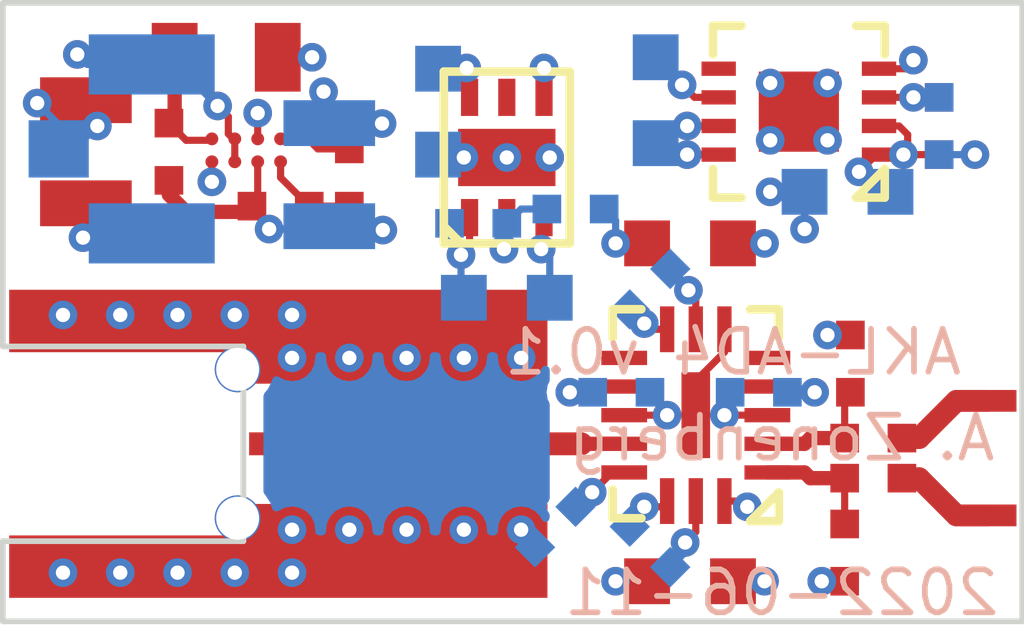
<source format=kicad_pcb>
(kicad_pcb (version 20211014) (generator pcbnew)
  (layers (0 "F.Cu" signal) (1 "In1.Cu" signal) (2 "In2.Cu" signal) (31 "B.Cu" signal) (34 "B.Paste" user) (35 "F.Paste" user) (36 "B.SilkS" user "B.Silkscreen") (37 "F.SilkS" user "F.Silkscreen") (38 "B.Mask" user) (39 "F.Mask" user) (44 "Edge.Cuts" user))
  (net 0 "")
  (net 1 "/3V5_N")
  (net 2 "/GND")
  (net 3 "/3V5")
  (net 4 "/2V5_N")
  (net 5 "/2V5_P")
  (net 6 "Net-(D1-Pad1)")
  (net 7 "Net-(J2-Pad1)")
  (net 8 "Net-(J3-Pad1)")
  (net 9 "/VOUT")
  (net 10 "/2V5_N_FB")
  (net 11 "Net-(R3-Pad1)")
  (net 12 "Net-(R3-Pad2)")
  (net 13 "/2V5_P_FB")
  (net 14 "/VIN_P")
  (net 15 "/VIN_N")
  (net 16 "Net-(R11-Pad1)")
  (footprint "azonenberg_pcb:EIA_0402_RES_NOSILK" (layer "F.Cu") (at 86.5 57.6 90)
    (fp_text reference "R9" hide)
    (fp_text value "110" hide)
    (pad "1" smd rect (at -0.5 0 90) (size 0.5 0.5) (layers "F.Cu" "F.Paste" "F.Mask") (net 14 "/VIN_P"))
    (pad "2" smd rect (at 0.5 0 90) (size 0.5 0.5) (layers "F.Cu" "F.Paste" "F.Mask") (net 2 "/GND"))
  )
  (footprint "azonenberg_pcb:EIA_0805_CAP_NOSILK" (layer "F.Cu") (at 73.15 53.9 -90)
    (fp_text reference "C2" hide)
    (fp_text value "10 uF" hide)
    (pad "1" smd rect (at -0.9 0 270) (size 0.8 1.6) (layers "F.Cu" "F.Paste" "F.Mask") (net 3 "/3V5"))
    (pad "2" smd rect (at 0.9 0 270) (size 0.8 1.6) (layers "F.Cu" "F.Paste" "F.Mask") (net 2 "/GND"))
  )
  (footprint "azonenberg_pcb:BGA_8_1.65x0.865_0.4MM_TI_YFX" (layer "F.Cu") (at 75.95 53.875 -90)
    (fp_text reference "U3" hide)
    (fp_text value "LMR70503" hide)
    (pad "A1" smd circle (at -0.2 -0.6 270) (size 0.225 0.225) (layers "F.Cu" "F.Mask") (net 11 "Net-(R3-Pad1)"))
    (pad "A2" smd circle (at 0.2 -0.6 270) (size 0.225 0.225) (layers "F.Cu" "F.Mask") (net 12 "Net-(R3-Pad2)"))
    (pad "B1" smd circle (at -0.2 -0.2 270) (size 0.225 0.225) (layers "F.Cu" "F.Mask") (net 3 "/3V5"))
    (pad "B2" smd circle (at 0.2 -0.2 270) (size 0.225 0.225) (layers "F.Cu" "F.Mask") (net 1 "/3V5_N"))
    (pad "C1" smd circle (at -0.2 0.2 270) (size 0.225 0.225) (layers "F.Cu" "F.Mask") (net 2 "/GND"))
    (pad "C2" smd circle (at 0.2 0.2 270) (size 0.225 0.225) (layers "F.Cu" "F.Mask") (net 2 "/GND"))
    (pad "D1" smd circle (at -0.2 0.6 270) (size 0.225 0.225) (layers "F.Cu" "F.Mask") (net 6 "Net-(D1-Pad1)"))
    (pad "D2" smd circle (at 0.2 0.6 270) (size 0.225 0.225) (layers "F.Cu" "F.Mask") (net 3 "/3V5"))
  )
  (footprint "azonenberg_pcb:EIA_0805_INDUCTOR_NOSILK" (layer "F.Cu") (at 75.6 52.25)
    (fp_text reference "L1" hide)
    (fp_text value "LQM21PN4R7MGHL" hide)
    (pad "1" smd rect locked (at -0.9 0) (size 0.8 1.2) (layers "F.Cu" "F.Paste" "F.Mask") (net 6 "Net-(D1-Pad1)"))
    (pad "2" smd rect locked (at 0.9 0) (size 0.8 1.2) (layers "F.Cu" "F.Paste" "F.Mask") (net 2 "/GND"))
  )
  (footprint "azonenberg_pcb:QFN_16_0.5MM_2.5x3MM" (layer "F.Cu") (at 83.8 58.5 180)
    (fp_text reference "U4" hide)
    (fp_text value "ADL5569" hide)
    (fp_line (start 1.45 1.85) (end 0.95 1.85) (layer "F.SilkS") (width 0.15))
    (fp_line (start 0.95 -1.8) (end 1.45 -1.8) (layer "F.SilkS") (width 0.15))
    (fp_line (start 1.45 -1.8) (end 1.45 -1.3) (layer "F.SilkS") (width 0.15))
    (fp_line (start -0.95 -1.85) (end -1.45 -1.35) (layer "F.SilkS") (width 0.15))
    (fp_line (start -1.45 1.85) (end -1.45 1.35) (layer "F.SilkS") (width 0.15))
    (fp_line (start 1.45 1.35) (end 1.45 1.85) (layer "F.SilkS") (width 0.15))
    (fp_line (start -0.95 1.85) (end -1.45 1.85) (layer "F.SilkS") (width 0.15))
    (fp_line (start -1.45 -1.35) (end -1.45 -1.85) (layer "F.SilkS") (width 0.15))
    (fp_line (start -1.45 -1.85) (end -0.95 -1.85) (layer "F.SilkS") (width 0.15))
    (pad "1" smd rect locked (at -1.25 -1 90) (size 0.25 0.8) (layers "F.Cu" "F.Paste" "F.Mask") (net 15 "/VIN_N"))
    (pad "2" smd rect locked (at -1.25 -0.5 90) (size 0.25 0.8) (layers "F.Cu" "F.Paste" "F.Mask") (net 14 "/VIN_P"))
    (pad "3" smd rect locked (at -1.25 0 90) (size 0.25 0.8) (layers "F.Cu" "F.Paste" "F.Mask") (net 4 "/2V5_N"))
    (pad "4" smd rect locked (at -1.25 0.5 90) (size 0.25 0.8) (layers "F.Cu" "F.Paste" "F.Mask"))
    (pad "5" smd rect locked (at -1.25 1 90) (size 0.25 0.8) (layers "F.Cu" "F.Paste" "F.Mask"))
    (pad "6" smd rect locked (at -0.5 1.5 180) (size 0.25 0.8) (layers "F.Cu" "F.Paste" "F.Mask") (net 4 "/2V5_N"))
    (pad "7" smd rect locked (at 0 1.5 180) (size 0.25 0.8) (layers "F.Cu" "F.Paste" "F.Mask") (net 2 "/GND"))
    (pad "8" smd rect locked (at 0.5 1.5) (size 0.25 0.8) (layers "F.Cu" "F.Paste" "F.Mask") (net 5 "/2V5_P"))
    (pad "9" smd rect locked (at 1.25 1 90) (size 0.25 0.8) (layers "F.Cu" "F.Paste" "F.Mask"))
    (pad "10" smd rect locked (at 1.25 0.5 90) (size 0.25 0.8) (layers "F.Cu" "F.Paste" "F.Mask"))
    (pad "11" smd rect locked (at 1.25 0 90) (size 0.25 0.8) (layers "F.Cu" "F.Paste" "F.Mask") (net 4 "/2V5_N"))
    (pad "12" smd rect locked (at 1.25 -0.5 90) (size 0.25 0.8) (layers "F.Cu" "F.Paste" "F.Mask") (net 9 "/VOUT"))
    (pad "13" smd rect locked (at 1.25 -1 270) (size 0.25 0.8) (layers "F.Cu" "F.Paste" "F.Mask") (net 16 "Net-(R11-Pad1)"))
    (pad "14" smd rect locked (at 0.5 -1.5 180) (size 0.25 0.8) (layers "F.Cu" "F.Paste" "F.Mask") (net 5 "/2V5_P"))
    (pad "15" smd rect locked (at 0 -1.5 180) (size 0.25 0.8) (layers "F.Cu" "F.Paste" "F.Mask") (net 2 "/GND"))
    (pad "16" smd rect locked (at -0.5 -1.5 180) (size 0.25 0.8) (layers "F.Cu" "F.Paste" "F.Mask") (net 5 "/2V5_P"))
    (pad "PAD" smd rect locked (at 0 0 180) (size 0.5 1.5) (layers "F.Cu" "F.Paste" "F.Mask") (net 4 "/2V5_N"))
  )
  (footprint "azonenberg_pcb:EIA_0603_CAP_NOSILK" (layer "F.Cu") (at 83.7 55.5 180)
    (fp_text reference "C8" hide)
    (fp_text value "4.7 uF" hide)
    (pad "1" smd rect (at -0.75 0 180) (size 0.8 0.8) (layers "F.Cu" "F.Paste" "F.Mask") (net 4 "/2V5_N"))
    (pad "2" smd rect (at 0.75 0 180) (size 0.8 0.8) (layers "F.Cu" "F.Paste" "F.Mask") (net 2 "/GND"))
  )
  (footprint "azonenberg_pcb:EIA_0402_RES_NOSILK" (layer "F.Cu") (at 76.55 54.85 180)
    (fp_text reference "R6" hide)
    (fp_text value "294K" hide)
    (pad "1" smd rect (at -0.5 0 180) (size 0.5 0.5) (layers "F.Cu" "F.Paste" "F.Mask") (net 12 "Net-(R3-Pad2)"))
    (pad "2" smd rect (at 0.5 0 180) (size 0.5 0.5) (layers "F.Cu" "F.Paste" "F.Mask") (net 1 "/3V5_N"))
  )
  (footprint "azonenberg_pcb:CONN_SMPM_AMPHENOL_925-169J-51PT" (layer "F.Cu") (at 76 59 180)
    (fp_text reference "J4" hide)
    (fp_text value "SMPM" hide)
    (pad "" np_thru_hole circle locked (at 0.2 -1.3 180) (size 0.8 0.8) (drill 0.75) (layers *.Cu *.Mask))
    (pad "" np_thru_hole circle locked (at 0.2 1.3 180) (size 0.8 0.8) (drill 0.75) (layers *.Cu *.Mask))
    (pad "1" smd rect locked (at -2.605 0 180) (size 5.21 0.4) (layers "F.Cu" "F.Paste" "F.Mask") (net 9 "/VOUT"))
    (pad "2" smd custom locked (at -2.605 1.87 180) (size 5.21 1.64) (layers "F.Cu" "F.Paste" "F.Mask") (net 2 "/GND") (options (clearance outline) (anchor rect)) (primitives (gr_poly (pts (xy 6.795 0.82) (xy 2.605 0.82) (xy 2.605 -0.27) (xy 6.795 -0.27)) (width 0) (fill yes))))
    (pad "2" smd custom locked (at -2.605 -1.87 180) (size 5.21 1.64) (layers "F.Cu" "F.Paste" "F.Mask") (net 2 "/GND") (options (clearance outline) (anchor rect)) (primitives (gr_poly (pts (xy 6.795 0.27) (xy 2.605 0.27) (xy 2.605 -0.82) (xy 6.795 -0.82)) (width 0) (fill yes))))
  )
  (footprint "azonenberg_pcb:EDGELAUNCH_350UM" (layer "F.Cu") (at 88.9 58.25)
    (fp_text reference "J3" hide)
    (fp_text value "TIPRES" hide)
    (pad "1" smd rect locked (at 0 0) (size 1 0.38) (layers "F.Cu" "F.Paste" "F.Mask") (net 8 "Net-(J3-Pad1)"))
  )
  (footprint "azonenberg_pcb:EIA_0402_RES_NOSILK" (layer "F.Cu") (at 86.4 60.9 -90)
    (fp_text reference "R10" hide)
    (fp_text value "110" hide)
    (pad "1" smd rect (at -0.5 0 270) (size 0.5 0.5) (layers "F.Cu" "F.Paste" "F.Mask") (net 15 "/VIN_N"))
    (pad "2" smd rect (at 0.5 0 270) (size 0.5 0.5) (layers "F.Cu" "F.Paste" "F.Mask") (net 2 "/GND"))
  )
  (footprint "azonenberg_pcb:EIA_0402_RES_NOSILK" (layer "F.Cu") (at 77.75 54.35 -90)
    (fp_text reference "R3" hide)
    (fp_text value "100K" hide)
    (pad "1" smd rect (at -0.5 0 270) (size 0.5 0.5) (layers "F.Cu" "F.Paste" "F.Mask") (net 11 "Net-(R3-Pad1)"))
    (pad "2" smd rect (at 0.5 0 270) (size 0.5 0.5) (layers "F.Cu" "F.Paste" "F.Mask") (net 12 "Net-(R3-Pad2)"))
  )
  (footprint "azonenberg_pcb:EIA_0402_RES_NOSILK" (layer "F.Cu") (at 86.9 58.9 180)
    (fp_text reference "R7" hide)
    (fp_text value "348" hide)
    (pad "1" smd rect (at -0.5 0 180) (size 0.5 0.5) (layers "F.Cu" "F.Paste" "F.Mask") (net 8 "Net-(J3-Pad1)"))
    (pad "2" smd rect (at 0.5 0 180) (size 0.5 0.5) (layers "F.Cu" "F.Paste" "F.Mask") (net 14 "/VIN_P"))
  )
  (footprint "azonenberg_pcb:EIA_0402_RES_NOSILK" (layer "F.Cu") (at 86.9 59.6 180)
    (fp_text reference "R8" hide)
    (fp_text value "348" hide)
    (pad "1" smd rect (at -0.5 0 180) (size 0.5 0.5) (layers "F.Cu" "F.Paste" "F.Mask") (net 7 "Net-(J2-Pad1)"))
    (pad "2" smd rect (at 0.5 0 180) (size 0.5 0.5) (layers "F.Cu" "F.Paste" "F.Mask") (net 15 "/VIN_N"))
  )
  (footprint "azonenberg_pcb:EIA_0603_CAP_NOSILK" (layer "F.Cu") (at 83.7 61.4)
    (fp_text reference "C7" hide)
    (fp_text value "4.7 uF" hide)
    (pad "1" smd rect (at -0.75 0) (size 0.8 0.8) (layers "F.Cu" "F.Paste" "F.Mask") (net 5 "/2V5_P"))
    (pad "2" smd rect (at 0.75 0) (size 0.8 0.8) (layers "F.Cu" "F.Paste" "F.Mask") (net 2 "/GND"))
  )
  (footprint "azonenberg_pcb:DFN_6_0.65MM_2x2MM" (layer "F.Cu") (at 80.5 54)
    (fp_text reference "U1" hide)
    (fp_text value "ADP7142ACPZN-R7" hide)
    (fp_line (start 1.1 -1.5) (end -1.1 -1.5) (layer "F.SilkS") (width 0.15))
    (fp_line (start -1.1 1.5) (end 1.1 1.5) (layer "F.SilkS") (width 0.15))
    (fp_line (start -1.1 -1.5) (end -1.1 1.5) (layer "F.SilkS") (width 0.15))
    (fp_line (start -1.1 1.2) (end -0.8 1.5) (layer "F.SilkS") (width 0.15))
    (fp_line (start 1.1 1.5) (end 1.1 -1.5) (layer "F.SilkS") (width 0.15))
    (pad "1" smd rect locked (at -0.65 1.05) (size 0.3 0.65) (layers "F.Cu" "F.Paste" "F.Mask") (net 5 "/2V5_P"))
    (pad "2" smd rect locked (at 0 1.05) (size 0.3 0.65) (layers "F.Cu" "F.Paste" "F.Mask") (net 13 "/2V5_P_FB"))
    (pad "3" smd rect locked (at 0.65 1.05) (size 0.3 0.65) (layers "F.Cu" "F.Paste" "F.Mask") (net 2 "/GND"))
    (pad "4" smd rect locked (at 0.65 -1.05) (size 0.3 0.65) (layers "F.Cu" "F.Paste" "F.Mask") (net 3 "/3V5"))
    (pad "5" smd rect locked (at 0 -1.05) (size 0.3 0.65) (layers "F.Cu" "F.Paste" "F.Mask"))
    (pad "6" smd rect locked (at -0.65 -1.05) (size 0.3 0.65) (layers "F.Cu" "F.Paste" "F.Mask") (net 3 "/3V5"))
    (pad "PAD" smd rect locked (at 0 0) (size 1.7 1) (layers "F.Cu" "F.Paste" "F.Mask") (net 2 "/GND"))
  )
  (footprint "azonenberg_pcb:EIA_0402_CAP_NOSILK" (layer "F.Cu") (at 74.6 53.9 -90)
    (fp_text reference "D1" hide)
    (fp_text value "VSKY05201006-G4-08" hide)
    (pad "1" smd rect locked (at -0.5 0 270) (size 0.5 0.5) (layers "F.Cu" "F.Paste" "F.Mask") (net 6 "Net-(D1-Pad1)"))
    (pad "2" smd rect locked (at 0.5 0 270) (size 0.5 0.5) (layers "F.Cu" "F.Paste" "F.Mask") (net 1 "/3V5_N"))
  )
  (footprint "azonenberg_pcb:DFN_8_0.5MM_3x3MM" (layer "F.Cu") (at 85.6 53.2 90)
    (fp_text reference "U2" hide)
    (fp_text value "ADP7182_DFN8" hide)
    (fp_line (start 1.5 -1.5) (end 1.5 -1) (layer "F.SilkS") (width 0.15))
    (fp_line (start 1.5 1.5) (end 1.5 1) (layer "F.SilkS") (width 0.15))
    (fp_line (start 1 1.5) (end 1.5 1.5) (layer "F.SilkS") (width 0.15))
    (fp_line (start -1.5 -1.5) (end -1.5 -1) (layer "F.SilkS") (width 0.15))
    (fp_line (start -1.5 1.5) (end -1 1.5) (layer "F.SilkS") (width 0.15))
    (fp_line (start -1.5 1) (end -1 1.5) (layer "F.SilkS") (width 0.15))
    (fp_line (start -1.5 1) (end -1.5 1.5) (layer "F.SilkS") (width 0.15))
    (fp_line (start -1 -1.5) (end -1.5 -1.5) (layer "F.SilkS") (width 0.15))
    (fp_line (start 1 -1.5) (end 1.5 -1.5) (layer "F.SilkS") (width 0.15))
    (pad "1" smd rect locked (at -0.75 1.4 90) (size 0.25 0.6) (layers "F.Cu" "F.Paste" "F.Mask") (net 4 "/2V5_N"))
    (pad "2" smd rect locked (at -0.25 1.4 90) (size 0.25 0.6) (layers "F.Cu" "F.Paste" "F.Mask") (net 4 "/2V5_N"))
    (pad "3" smd rect locked (at 0.25 1.4 90) (size 0.25 0.6) (layers "F.Cu" "F.Paste" "F.Mask") (net 10 "/2V5_N_FB"))
    (pad "4" smd rect locked (at 0.75 1.4 90) (size 0.25 0.6) (layers "F.Cu" "F.Paste" "F.Mask") (net 1 "/3V5_N"))
    (pad "5" smd rect locked (at 0.75 -1.4 90) (size 0.25 0.6) (layers "F.Cu" "F.Paste" "F.Mask"))
    (pad "6" smd rect locked (at 0.25 -1.4 90) (size 0.25 0.6) (layers "F.Cu" "F.Paste" "F.Mask") (net 2 "/GND"))
    (pad "7" smd rect locked (at -0.25 -1.4 90) (size 0.25 0.6) (layers "F.Cu" "F.Paste" "F.Mask") (net 1 "/3V5_N"))
    (pad "8" smd rect locked (at -0.75 -1.4 90) (size 0.25 0.6) (layers "F.Cu" "F.Paste" "F.Mask") (net 1 "/3V5_N"))
    (pad "PAD" smd rect locked (at 0 0 90) (size 1.4 1.4) (layers "F.Cu" "F.Mask") (net 1 "/3V5_N"))
    (pad "PAD" smd rect locked (at -0.25 0.25 90) (size 0.5 0.5) (layers "F.Cu" "F.Paste") (net 1 "/3V5_N"))
    (pad "PAD" smd rect locked (at -0.25 -0.25 90) (size 0.5 0.5) (layers "F.Cu" "F.Paste") (net 1 "/3V5_N"))
    (pad "PAD" smd rect locked (at 0.25 -0.25 90) (size 0.5 0.5) (layers "F.Cu" "F.Paste") (net 1 "/3V5_N"))
    (pad "PAD" smd rect locked (at 0.25 0.25 90) (size 0.5 0.5) (layers "F.Cu" "F.Paste") (net 1 "/3V5_N"))
  )
  (footprint "azonenberg_pcb:EDGELAUNCH_350UM" (layer "F.Cu") (at 88.9 60.25)
    (fp_text reference "J2" hide)
    (fp_text value "TIPRES" hide)
    (pad "1" smd rect locked (at 0 0) (size 1 0.38) (layers "F.Cu" "F.Paste" "F.Mask") (net 7 "Net-(J2-Pad1)"))
  )
  (footprint "azonenberg_pcb:EIA_0402_RES_NOSILK" (layer "F.Cu") (at 88.05 53.45 90)
    (fp_text reference "R1" hide)
    (fp_text value "100K" hide)
    (pad "1" smd rect (at -0.5 0 90) (size 0.5 0.5) (layers "F.Cu" "F.Paste" "F.Mask") (net 4 "/2V5_N"))
    (pad "2" smd rect (at 0.5 0 90) (size 0.5 0.5) (layers "F.Cu" "F.Paste" "F.Mask") (net 10 "/2V5_N_FB"))
  )
  (footprint "azonenberg_pcb:CONN_U.FL_TE_1909763-1" (layer "B.Cu") (at 74.2 53.85 90)
    (fp_text reference "J1" hide)
    (fp_text value "U.FL" hide)
    (pad "1" smd rect locked (at 0 -1.525 90) (size 1 1.05) (layers "B.Cu" "B.Paste" "B.Mask") (net 3 "/3V5"))
    (pad "2" smd rect locked (at 1.475 0.1 90) (size 1.05 2.2) (layers "B.Cu" "B.Paste" "B.Mask") (net 2 "/GND"))
    (pad "2" smd rect locked (at -1.475 0.1 90) (size 1.05 2.2) (layers "B.Cu" "B.Paste" "B.Mask") (net 2 "/GND"))
  )
  (footprint "azonenberg_pcb:EIA_0402_RES_NOSILK" (layer "B.Cu") (at 88.05 53.45 -90)
    (fp_text reference "R2" hide)
    (fp_text value "95.3K" hide)
    (pad "1" smd rect (at -0.5 0 270) (size 0.5 0.5) (layers "B.Cu" "B.Paste" "B.Mask") (net 10 "/2V5_N_FB"))
    (pad "2" smd rect (at 0.5 0 270) (size 0.5 0.5) (layers "B.Cu" "B.Paste" "B.Mask") (net 2 "/GND"))
  )
  (footprint "azonenberg_pcb:EIA_0603_CAP_NOSILK" (layer "B.Cu") (at 79.3 53.2 90)
    (fp_text reference "C3" hide)
    (fp_text value "4.7 uF" hide)
    (pad "1" smd rect (at -0.75 0 90) (size 0.8 0.8) (layers "B.Cu" "B.Paste" "B.Mask") (net 2 "/GND"))
    (pad "2" smd rect (at 0.75 0 90) (size 0.8 0.8) (layers "B.Cu" "B.Paste" "B.Mask") (net 3 "/3V5"))
  )
  (footprint "azonenberg_pcb:EIA_0402_CAP_NOSILK" (layer "B.Cu") (at 83 60.8 -45)
    (fp_text reference "C9" hide)
    (fp_text value "0.47 uF" hide)
    (pad "1" smd rect locked (at -0.5 0 315) (size 0.5 0.5) (layers "B.Cu" "B.Paste" "B.Mask") (net 5 "/2V5_P"))
    (pad "2" smd rect locked (at 0.5 0 315) (size 0.5 0.5) (layers "B.Cu" "B.Paste" "B.Mask") (net 2 "/GND"))
  )
  (footprint "azonenberg_pcb:EIA_0603_CAP_NOSILK" (layer "B.Cu") (at 83.1 53 90)
    (fp_text reference "C1" hide)
    (fp_text value "4.7 uF" hide)
    (pad "1" smd rect (at -0.75 0 90) (size 0.8 0.8) (layers "B.Cu" "B.Paste" "B.Mask") (net 1 "/3V5_N"))
    (pad "2" smd rect (at 0.75 0 90) (size 0.8 0.8) (layers "B.Cu" "B.Paste" "B.Mask") (net 2 "/GND"))
  )
  (footprint "azonenberg_pcb:EIA_0402_RES_NOSILK" (layer "B.Cu") (at 80 55.15)
    (fp_text reference "R4" hide)
    (fp_text value "110K" hide)
    (pad "1" smd rect (at -0.5 0) (size 0.5 0.5) (layers "B.Cu" "B.Paste" "B.Mask") (net 5 "/2V5_P"))
    (pad "2" smd rect (at 0.5 0) (size 0.5 0.5) (layers "B.Cu" "B.Paste" "B.Mask") (net 13 "/2V5_P_FB"))
  )
  (footprint "azonenberg_pcb:EIA_0603_CAP_NOSILK" (layer "B.Cu") (at 86.45 54.6)
    (fp_text reference "C4" hide)
    (fp_text value "4.7 uF" hide)
    (pad "1" smd rect (at -0.75 0) (size 0.8 0.8) (layers "B.Cu" "B.Paste" "B.Mask") (net 2 "/GND"))
    (pad "2" smd rect (at 0.75 0) (size 0.8 0.8) (layers "B.Cu" "B.Paste" "B.Mask") (net 4 "/2V5_N"))
  )
  (footprint "azonenberg_pcb:EIA_0402_RES_NOSILK" (layer "B.Cu") (at 81.7 54.9)
    (fp_text reference "R5" hide)
    (fp_text value "100K" hide)
    (pad "1" smd rect (at -0.5 0) (size 0.5 0.5) (layers "B.Cu" "B.Paste" "B.Mask") (net 13 "/2V5_P_FB"))
    (pad "2" smd rect (at 0.5 0) (size 0.5 0.5) (layers "B.Cu" "B.Paste" "B.Mask") (net 2 "/GND"))
  )
  (footprint "azonenberg_pcb:EIA_0603_CAP_NOSILK" (layer "B.Cu") (at 80.5 56.45 180)
    (fp_text reference "C5" hide)
    (fp_text value "4.7 uF" hide)
    (pad "1" smd rect (at -0.75 0 180) (size 0.8 0.8) (layers "B.Cu" "B.Paste" "B.Mask") (net 2 "/GND"))
    (pad "2" smd rect (at 0.75 0 180) (size 0.8 0.8) (layers "B.Cu" "B.Paste" "B.Mask") (net 5 "/2V5_P"))
  )
  (footprint "azonenberg_pcb:EIA_0402_CAP_NOSILK" (layer "B.Cu") (at 84.9 58.1)
    (fp_text reference "C10" hide)
    (fp_text value "0.47 uF" hide)
    (pad "1" smd rect locked (at -0.5 0) (size 0.5 0.5) (layers "B.Cu" "B.Paste" "B.Mask") (net 4 "/2V5_N"))
    (pad "2" smd rect locked (at 0.5 0) (size 0.5 0.5) (layers "B.Cu" "B.Paste" "B.Mask") (net 2 "/GND"))
  )
  (footprint "azonenberg_pcb:EIA_0805_CAP_NOSILK" (layer "B.Cu") (at 77.4 54.3 90)
    (fp_text reference "C6" hide)
    (fp_text value "22 uF" hide)
    (pad "1" smd rect (at -0.9 0 90) (size 0.8 1.6) (layers "B.Cu" "B.Paste" "B.Mask") (net 1 "/3V5_N"))
    (pad "2" smd rect (at 0.9 0 90) (size 0.8 1.6) (layers "B.Cu" "B.Paste" "B.Mask") (net 2 "/GND"))
  )
  (footprint "azonenberg_pcb:EIA_0402_CAP_NOSILK" (layer "B.Cu") (at 82.5 58.1 180)
    (fp_text reference "C12" hide)
    (fp_text value "0.47 uF" hide)
    (pad "1" smd rect locked (at -0.5 0 180) (size 0.5 0.5) (layers "B.Cu" "B.Paste" "B.Mask") (net 4 "/2V5_N"))
    (pad "2" smd rect locked (at 0.5 0 180) (size 0.5 0.5) (layers "B.Cu" "B.Paste" "B.Mask") (net 2 "/GND"))
  )
  (footprint "azonenberg_pcb:EIA_0402_CAP_NOSILK" (layer "B.Cu") (at 83 56.3 45)
    (fp_text reference "C11" hide)
    (fp_text value "0.47 uF" hide)
    (pad "1" smd rect locked (at -0.5 0 45) (size 0.5 0.5) (layers "B.Cu" "B.Paste" "B.Mask") (net 5 "/2V5_P"))
    (pad "2" smd rect locked (at 0.5 0 45) (size 0.5 0.5) (layers "B.Cu" "B.Paste" "B.Mask") (net 2 "/GND"))
  )
  (footprint "azonenberg_pcb:EIA_0402_RES_NOSILK" (layer "B.Cu") (at 81.346447 60.453553 -135)
    (fp_text reference "R11" hide)
    (fp_text value "49.9" hide)
    (pad "1" smd rect (at -0.5 0 225) (size 0.5 0.5) (layers "B.Cu" "B.Paste" "B.Mask") (net 16 "Net-(R11-Pad1)"))
    (pad "2" smd rect (at 0.5 0 225) (size 0.5 0.5) (layers "B.Cu" "B.Paste" "B.Mask") (net 2 "/GND"))
  )
  (gr_line (start 89.5 62.1) (end 89.5 51.3) (layer "Edge.Cuts") (width 0.1))
  (gr_line (start 75.9 57.3) (end 75.9 60.7) (layer "Edge.Cuts") (width 0.1))
  (gr_line (start 75.9 60.7) (end 71.7 60.7) (layer "Edge.Cuts") (width 0.1))
  (gr_line (start 71.7 51.3) (end 71.7 57.3) (layer "Edge.Cuts") (width 0.1))
  (gr_line (start 71.7 57.3) (end 75.9 57.3) (layer "Edge.Cuts") (width 0.1))
  (gr_line (start 89.5 51.3) (end 71.7 51.3) (layer "Edge.Cuts") (width 0.1))
  (gr_line (start 71.7 60.7) (end 71.7 62.1) (layer "Edge.Cuts") (width 0.1))
  (gr_line (start 71.7 62.1) (end 89.5 62.1) (layer "Edge.Cuts") (width 0.1))
  (gr_text "2022-06-11" (at 85.3 61.6) (layer "B.SilkS") (effects (font (size 0.75 0.75) (thickness 0.1)) (justify mirror)))
  (gr_text "A. Zonenberg" (at 85.3 58.9) (layer "B.SilkS") (effects (font (size 0.75 0.75) (thickness 0.1)) (justify mirror)))
  (gr_text "AKL-AD4 v0.1" (at 84.45 57.4) (layer "B.SilkS") (effects (font (size 0.75 0.75) (thickness 0.1)) (justify mirror)))
  (segment (start 76.35 55.15) (end 76.05 54.85) (width 0.125) (layer "F.Cu") (net 1))
  (segment (start 74.9 54.95) (end 75.9 54.95) (width 0.25) (layer "F.Cu") (net 1))
  (segment (start 87 52.45) (end 87.45 52.45) (width 0.125) (layer "F.Cu") (net 1))
  (segment (start 74.6 54.4) (end 74.6 54.65) (width 0.25) (layer "F.Cu") (net 1))
  (segment (start 76.35 55.25) (end 76.35 55.15) (width 0.125) (layer "F.Cu") (net 1))
  (segment (start 84.2 53.95) (end 83.65 53.95) (width 0.125) (layer "F.Cu") (net 1))
  (segment (start 84.2 53.45) (end 83.65 53.45) (width 0.125) (layer "F.Cu") (net 1))
  (segment (start 74.6 54.65) (end 74.9 54.95) (width 0.25) (layer "F.Cu") (net 1))
  (segment (start 87.45 52.45) (end 87.6 52.3) (width 0.125) (layer "F.Cu") (net 1))
  (segment (start 76.15 54.1) (end 76.15 54.6) (width 0.125) (layer "F.Cu") (net 1))
  (via (at 83.65 53.45) (size 0.5) (drill 0.25) (layers "F.Cu" "B.Cu") (net 1))
  (via (at 76.35 55.25) (size 0.5) (drill 0.25) (layers "F.Cu" "B.Cu") (net 1))
  (via (at 87.6 52.3) (size 0.5) (drill 0.25) (layers "F.Cu" "B.Cu") (net 1))
  (via (at 78.334964 55.267482) (size 0.5) (drill 0.25) (layers "F.Cu" "B.Cu") (net 1))
  (via (at 86.1 52.7) (size 0.5) (drill 0.25) (layers "F.Cu" "B.Cu") (net 1))
  (via (at 86.1 53.7) (size 0.5) (drill 0.25) (layers "F.Cu" "B.Cu") (net 1))
  (via (at 83.65 53.95) (size 0.5) (drill 0.25) (layers "F.Cu" "B.Cu") (net 1))
  (via (at 85.1 52.7) (size 0.5) (drill 0.25) (layers "F.Cu" "B.Cu") (net 1))
  (via (at 85.1 53.7) (size 0.5) (drill 0.25) (layers "F.Cu" "B.Cu") (net 1))
  (segment (start 77.3 55.25) (end 78.317482 55.25) (width 0.125) (layer "B.Cu") (net 1))
  (segment (start 77.3 55.25) (end 76.35 55.25) (width 0.125) (layer "B.Cu") (net 1))
  (segment (start 78.317482 55.25) (end 78.334964 55.267482) (width 0.125) (layer "B.Cu") (net 1))
  (segment (start 75.6375 53.2875) (end 75.45 53.1) (width 0.125) (layer "F.Cu") (net 2))
  (segment (start 75.75 53.7) (end 75.6375 53.5875) (width 0.125) (layer "F.Cu") (net 2))
  (segment (start 73.75 56.75) (end 72.75 56.75) (width 0.125) (layer "F.Cu") (net 2))
  (segment (start 76.75 60.5) (end 76.75 61.25) (width 0.125) (layer "F.Cu") (net 2))
  (segment (start 86.4 61.4) (end 86 61.4) (width 0.125) (layer "F.Cu") (net 2))
  (segment (start 75.75 56.75) (end 74.75 56.75) (width 0.125) (layer "F.Cu") (net 2))
  (segment (start 83.8 60.537186) (end 83.6137 60.723486) (width 0.125) (layer "F.Cu") (net 2))
  (segment (start 73.15 55.35) (end 73.1 55.4) (width 0.125) (layer "F.Cu") (net 2))
  (segment (start 75.75 53.7) (end 75.75 54.1) (width 0.125) (layer "F.Cu") (net 2))
  (segment (start 81.15 55.05) (end 81.15 55.55) (width 0.125) (layer "F.Cu") (net 2))
  (segment (start 82.95 55.5) (end 82.4 55.5) (width 0.125) (layer "F.Cu") (net 2))
  (segment (start 83.8 56.446548) (end 83.671611 56.318159) (width 0.125) (layer "F.Cu") (net 2))
  (segment (start 73.15 54.8) (end 73.15 55.35) (width 0.125) (layer "F.Cu") (net 2))
  (segment (start 86.1 57.1) (end 86.5 57.1) (width 0.125) (layer "F.Cu") (net 2))
  (segment (start 73.75 61.25) (end 72.75 61.25) (width 0.125) (layer "F.Cu") (net 2))
  (segment (start 78.75 60.5) (end 77.75 60.5) (width 0.125) (layer "F.Cu") (net 2))
  (segment (start 83.8 60) (end 83.8 60.537186) (width 0.125) (layer "F.Cu") (net 2))
  (segment (start 80.75 57.5) (end 79.75 57.5) (width 0.125) (layer "F.Cu") (net 2))
  (segment (start 78.75 57.5) (end 77.75 57.5) (width 0.125) (layer "F.Cu") (net 2))
  (segment (start 80.75 60.5) (end 79.75 60.5) (width 0.125) (layer "F.Cu") (net 2))
  (segment (start 76.75 57.5) (end 76.75 56.75) (width 0.125) (layer "F.Cu") (net 2))
  (segment (start 75.75 61.25) (end 74.75 61.25) (width 0.125) (layer "F.Cu") (net 2))
  (segment (start 81.15 55.55) (end 81.1 55.6) (width 0.125) (layer "F.Cu") (net 2))
  (segment (start 84.2 52.95) (end 83.777921 52.95) (width 0.125) (layer "F.Cu") (net 2))
  (segment (start 76.5 52.25) (end 77.1 52.25) (width 0.125) (layer "F.Cu") (net 2))
  (segment (start 83.8 57) (end 83.8 56.446548) (width 0.125) (layer "F.Cu") (net 2))
  (segment (start 84.45 61.4) (end 85 61.4) (width 0.125) (layer "F.Cu") (net 2))
  (segment (start 83.777921 52.95) (end 83.560061 52.73214) (width 0.125) (layer "F.Cu") (net 2))
  (segment (start 75.6375 53.5875) (end 75.6375 53.2875) (width 0.125) (layer "F.Cu") (net 2))
  (via (at 78.321132 53.407321) (size 0.5) (drill 0.25) (layers "F.Cu" "B.Cu") (net 2))
  (via (at 79.75 57.5) (size 0.5) (drill 0.25) (layers "F.Cu" "B.Cu") (net 2))
  (via (at 78.75 60.5) (size 0.5) (drill 0.25) (layers "F.Cu" "B.Cu") (net 2))
  (via (at 75.75 61.25) (size 0.5) (drill 0.25) (layers "F.Cu" "B.Cu") (net 2))
  (via (at 85.1 54.6) (size 0.5) (drill 0.25) (layers "F.Cu" "B.Cu") (net 2))
  (via (at 76.75 57.5) (size 0.5) (drill 0.25) (layers "F.Cu" "B.Cu") (net 2))
  (via (at 79.75 60.5) (size 0.5) (drill 0.25) (layers "F.Cu" "B.Cu") (net 2))
  (via (at 82.4 55.5) (size 0.5) (drill 0.25) (layers "F.Cu" "B.Cu") (net 2))
  (via (at 73 52.2) (size 0.5) (drill 0.25) (layers "F.Cu" "B.Cu") (net 2))
  (via (at 85.875498 58.1) (size 0.5) (drill 0.25) (layers "F.Cu" "B.Cu") (net 2))
  (via (at 88.674502 53.95) (size 0.5) (drill 0.25) (layers "F.Cu" "B.Cu") (net 2))
  (via (at 78.75 57.5) (size 0.5) (drill 0.25) (layers "F.Cu" "B.Cu") (net 2))
  (via (at 73.1 55.4) (size 0.5) (drill 0.25) (layers "F.Cu" "B.Cu") (net 2))
  (via (at 77.75 60.5) (size 0.5) (drill 0.25) (layers "F.Cu" "B.Cu") (net 2))
  (via (at 77.1 52.25) (size 0.5) (drill 0.25) (layers "F.Cu" "B.Cu") (net 2))
  (via (at 81.1 55.6) (size 0.5) (drill 0.25) (layers "F.Cu" "B.Cu") (net 2))
  (via (at 85 61.4) (size 0.5) (drill 0.25) (layers "F.Cu" "B.Cu") (net 2))
  (via (at 76.75 61.25) (size 0.5) (drill 0.25) (layers "F.Cu" "B.Cu") (net 2))
  (via (at 83.6137 60.723486) (size 0.5) (drill 0.25) (layers "F.Cu" "B.Cu") (net 2))
  (via (at 83.671611 56.318159) (size 0.5) (drill 0.25) (layers "F.Cu" "B.Cu") (net 2))
  (via (at 86.1 57.1) (size 0.5) (drill 0.25) (layers "F.Cu" "B.Cu") (net 2))
  (via (at 76.75 60.5) (size 0.5) (drill 0.25) (layers "F.Cu" "B.Cu") (net 2))
  (via (at 74.75 61.25) (size 0.5) (drill 0.25) (layers "F.Cu" "B.Cu") (net 2))
  (via (at 77.3 52.85) (size 0.5) (drill 0.25) (layers "F.Cu" "B.Cu") (net 2))
  (via (at 81.25 54) (size 0.5) (drill 0.25) (layers "F.Cu" "B.Cu") (net 2))
  (via (at 75.75 56.75) (size 0.5) (drill 0.25) (layers "F.Cu" "B.Cu") (net 2))
  (via (at 80.75 57.5) (size 0.5) (drill 0.25) (layers "F.Cu" "B.Cu") (net 2))
  (via (at 73.75 56.75) (size 0.5) (drill 0.25) (layers "F.Cu" "B.Cu") (net 2))
  (via (at 80.75 60.5) (size 0.5) (drill 0.25) (layers "F.Cu" "B.Cu") (net 2))
  (via (at 75.45 53.1) (size 0.5) (drill 0.25) (layers "F.Cu" "B.Cu") (net 2))
  (via (at 73.75 61.25) (size 0.5) (drill 0.25) (layers "F.Cu" "B.Cu") (net 2))
  (via (at 76.75 56.75) (size 0.5) (drill 0.25) (layers "F.Cu" "B.Cu") (net 2))
  (via (at 79.75 54) (size 0.5) (drill 0.25) (layers "F.Cu" "B.Cu") (net 2))
  (via (at 77.75 57.5) (size 0.5) (drill 0.25) (layers "F.Cu" "B.Cu") (net 2))
  (via (at 83.560061 52.73214) (size 0.5) (drill 0.25) (layers "F.Cu" "B.Cu") (net 2))
  (via (at 72.75 56.75) (size 0.5) (drill 0.25) (layers "F.Cu" "B.Cu") (net 2))
  (via (at 86 61.4) (size 0.5) (drill 0.25) (layers "F.Cu" "B.Cu") (net 2))
  (via (at 72.75 61.25) (size 0.5) (drill 0.25) (layers "F.Cu" "B.Cu") (net 2))
  (via (at 74.75 56.75) (size 0.5) (drill 0.25) (layers "F.Cu" "B.Cu") (net 2))
  (via (at 81.6 58.1) (size 0.5) (drill 0.25) (layers "F.Cu" "B.Cu") (net 2))
  (via (at 85.7 55.25) (size 0.5) (drill 0.25) (layers "F.Cu" "B.Cu") (net 2))
  (via (at 80.5 54) (size 0.5) (drill 0.25) (layers "F.Cu" "B.Cu") (net 2))
  (segment (start 81.25 56.25) (end 81.25 55.75) (width 0.125) (layer "B.Cu") (net 2))
  (segment (start 77.3 53.45) (end 78.278453 53.45) (width 0.125) (layer "B.Cu") (net 2))
  (segment (start 88.05 53.95) (end 88.674502 53.95) (width 0.125) (layer "B.Cu") (net 2))
  (segment (start 85.4 58.1) (end 85.875498 58.1) (width 0.125) (layer "B.Cu") (net 2))
  (segment (start 85.7 54.6) (end 85.1 54.6) (width 0.125) (layer "B.Cu") (net 2))
  (segment (start 80.992894 60.742894) (end 80.75 60.5) (width 0.125) (layer "B.Cu") (net 2))
  (segment (start 78.278453 53.45) (end 78.321132 53.407321) (width 0.125) (layer "B.Cu") (net 2))
  (segment (start 73.175 52.375) (end 73 52.2) (width 0.125) (layer "B.Cu") (net 2))
  (segment (start 83.6137 60.723486) (end 83.6137 60.893406) (width 0.125) (layer "B.Cu") (net 2))
  (segment (start 83.671611 56.264505) (end 83.353553 55.946447) (width 0.125) (layer "B.Cu") (net 2))
  (segment (start 74.3 52.375) (end 73.175 52.375) (width 0.125) (layer "B.Cu") (net 2))
  (segment (start 83.6137 60.893406) (end 83.353553 61.153553) (width 0.125) (layer "B.Cu") (net 2))
  (segment (start 83.671611 56.318159) (end 83.671611 56.264505) (width 0.125) (layer "B.Cu") (net 2))
  (segment (start 82.4 55.5) (end 82.4 55.1) (width 0.125) (layer "B.Cu") (net 2))
  (segment (start 81.25 55.75) (end 81.1 55.6) (width 0.125) (layer "B.Cu") (net 2))
  (segment (start 73.175 55.325) (end 73.1 55.4) (width 0.125) (layer "B.Cu") (net 2))
  (segment (start 75.45 53.1) (end 74.725 52.375) (width 0.125) (layer "B.Cu") (net 2))
  (segment (start 82 58.1) (end 81.6 58.1) (width 0.125) (layer "B.Cu") (net 2))
  (segment (start 85.7 54.6) (end 85.7 55.25) (width 0.125) (layer "B.Cu") (net 2))
  (segment (start 77.3 53.45) (end 77.3 52.85) (width 0.125) (layer "B.Cu") (net 2))
  (segment (start 80.992894 60.807106) (end 80.992894 60.742894) (width 0.125) (layer "B.Cu") (net 2))
  (segment (start 74.3 55.325) (end 73.175 55.325) (width 0.125) (layer "B.Cu") (net 2))
  (segment (start 82.4 55.1) (end 82.2 54.9) (width 0.125) (layer "B.Cu") (net 2))
  (segment (start 76.15 53.7) (end 76.15 53.25) (width 0.125) (layer "F.Cu") (net 3))
  (segment (start 81.15 52.437) (end 81.15 52.95) (width 0.125) (layer "F.Cu") (net 3))
  (segment (start 79.8 52.9) (end 79.85 52.95) (width 0.125) (layer "F.Cu") (net 3))
  (segment (start 73.35 53.45) (end 73.35 53.2) (width 0.125) (layer "F.Cu") (net 3))
  (segment (start 75.35 54.1) (end 75.35 54.4) (width 0.125) (layer "F.Cu") (net 3))
  (segment (start 72.3 53.05) (end 73.1 53.05) (width 0.125) (layer "F.Cu") (net 3))
  (segment (start 79.8 52.437) (end 79.8 52.9) (width 0.125) (layer "F.Cu") (net 3))
  (segment (start 73.1 53.05) (end 73.15 53) (width 0.125) (layer "F.Cu") (net 3))
  (segment (start 73.35 53.2) (end 73.15 53) (width 0.125) (layer "F.Cu") (net 3))
  (via (at 73.35 53.45) (size 0.5) (drill 0.25) (layers "F.Cu" "B.Cu") (net 3))
  (via (at 75.35 54.425) (size 0.5) (drill 0.25) (layers "F.Cu" "B.Cu") (net 3))
  (via (at 76.15 53.225) (size 0.5) (drill 0.25) (layers "F.Cu" "B.Cu") (net 3))
  (via (at 79.8 52.437) (size 0.5) (drill 0.25) (layers "F.Cu" "B.Cu") (net 3))
  (via (at 72.3 53.05) (size 0.5) (drill 0.25) (layers "F.Cu" "B.Cu") (net 3))
  (via (at 81.15 52.437) (size 0.5) (drill 0.25) (layers "F.Cu" "B.Cu") (net 3))
  (segment (start 72.675 53.85) (end 72.95 53.85) (width 0.125) (layer "B.Cu") (net 3))
  (segment (start 72.95 53.85) (end 73.35 53.45) (width 0.125) (layer "B.Cu") (net 3))
  (segment (start 72.675 53.85) (end 72.675 53.425) (width 0.125) (layer "B.Cu") (net 3))
  (segment (start 72.675 53.425) (end 72.3 53.05) (width 0.125) (layer "B.Cu") (net 3))
  (segment (start 79.6 52.637) (end 79.8 52.437) (width 0.125) (layer "B.Cu") (net 3))
  (segment (start 86.95 53.95) (end 86.65 54.25) (width 0.125) (layer "F.Cu") (net 4))
  (segment (start 82.55 58.5) (end 83.3 58.5) (width 0.125) (layer "F.Cu") (net 4))
  (segment (start 87.425498 53.95) (end 88.05 53.95) (width 0.125) (layer "F.Cu") (net 4))
  (segment (start 84.3 57.4) (end 83.8 57.9) (width 0.125) (layer "F.Cu") (net 4))
  (segment (start 84.45 55.5) (end 85 55.5) (width 0.125) (layer "F.Cu") (net 4))
  (segment (start 84.3 57) (end 84.3 57.4) (width 0.125) (layer "F.Cu") (net 4))
  (segment (start 87.5 53.875498) (end 87.425498 53.95) (width 0.125) (layer "F.Cu") (net 4))
  (segment (start 85.05 58.5) (end 84.3 58.5) (width 0.125) (layer "F.Cu") (net 4))
  (segment (start 87 53.95) (end 87.425498 53.95) (width 0.125) (layer "F.Cu") (net 4))
  (segment (start 87.5 53.6) (end 87.5 53.875498) (width 0.125) (layer "F.Cu") (net 4))
  (segment (start 87 53.45) (end 87.35 53.45) (width 0.125) (layer "F.Cu") (net 4))
  (segment (start 87.35 53.45) (end 87.5 53.6) (width 0.125) (layer "F.Cu") (net 4))
  (segment (start 83.8 57.9) (end 83.8 58.5) (width 0.125) (layer "F.Cu") (net 4))
  (segment (start 87 53.95) (end 86.95 53.95) (width 0.125) (layer "F.Cu") (net 4))
  (via (at 86.65 54.25) (size 0.5) (drill 0.25) (layers "F.Cu" "B.Cu") (net 4))
  (via (at 84.3 58.5) (size 0.5) (drill 0.25) (layers "F.Cu" "B.Cu") (net 4))
  (via (at 85 55.5) (size 0.5) (drill 0.25) (layers "F.Cu" "B.Cu") (net 4))
  (via (at 83.3 58.5) (size 0.5) (drill 0.25) (layers "F.Cu" "B.Cu") (net 4))
  (via (at 87.425498 53.95) (size 0.5) (drill 0.25) (layers "F.Cu" "B.Cu") (net 4))
  (segment (start 83.3 58.5) (end 83.3 58.4) (width 0.125) (layer "B.Cu") (net 4))
  (segment (start 84.3 58.2) (end 84.4 58.1) (width 0.125) (layer "B.Cu") (net 4))
  (segment (start 84.3 58.5) (end 84.3 58.2) (width 0.125) (layer "B.Cu") (net 4))
  (segment (start 86.85 54.25) (end 87.2 54.6) (width 0.125) (layer "B.Cu") (net 4))
  (segment (start 83.3 58.4) (end 83 58.1) (width 0.125) (layer "B.Cu") (net 4))
  (segment (start 86.65 54.25) (end 86.85 54.25) (width 0.125) (layer "B.Cu") (net 4))
  (segment (start 79.85 55.05) (end 79.85 55.55) (width 0.125) (layer "F.Cu") (net 5))
  (segment (start 82.95 61.4) (end 82.4 61.4) (width 0.125) (layer "F.Cu") (net 5))
  (segment (start 83.3 57) (end 83 57) (width 0.125) (layer "F.Cu") (net 5))
  (segment (start 83.2 60.1) (end 83.3 60) (width 0.125) (layer "F.Cu") (net 5))
  (segment (start 82.9 60.1) (end 83.2 60.1) (width 0.125) (layer "F.Cu") (net 5))
  (segment (start 83 57) (end 82.9 56.9) (width 0.125) (layer "F.Cu") (net 5))
  (segment (start 79.85 55.55) (end 79.7 55.7) (width 0.125) (layer "F.Cu") (net 5))
  (segment (start 84.6 60) (end 84.7 60.1) (width 0.125) (layer "F.Cu") (net 5))
  (segment (start 84.3 60) (end 84.6 60) (width 0.125) (layer "F.Cu") (net 5))
  (via (at 84.7 60.1) (size 0.5) (drill 0.25) (layers "F.Cu" "B.Cu") (net 5))
  (via (at 79.7 55.7) (size 0.5) (drill 0.25) (layers "F.Cu" "B.Cu") (net 5))
  (via (at 82.4 61.4) (size 0.5) (drill 0.25) (layers "F.Cu" "B.Cu") (net 5))
  (via (at 82.9 60.1) (size 0.5) (drill 0.25) (layers "F.Cu" "B.Cu") (net 5))
  (via (at 82.9 56.9) (size 0.5) (drill 0.25) (layers "F.Cu" "B.Cu") (net 5))
  (segment (start 79.7 55.7) (end 79.7 56.4) (width 0.125) (layer "B.Cu") (net 5))
  (segment (start 79.5 55.5) (end 79.7 55.7) (width 0.125) (layer "B.Cu") (net 5))
  (segment (start 79.5 55.15) (end 79.5 55.5) (width 0.125) (layer "B.Cu") (net 5))
  (segment (start 79.7 56.4) (end 79.75 56.45) (width 0.125) (layer "B.Cu") (net 5))
  (segment (start 74.7 53.3) (end 74.6 53.4) (width 0.25) (layer "F.Cu") (net 6))
  (segment (start 74.9 53.7) (end 74.6 53.4) (width 0.125) (layer "F.Cu") (net 6))
  (segment (start 74.7 52.25) (end 74.7 53.3) (width 0.25) (layer "F.Cu") (net 6))
  (segment (start 75.35 53.7) (end 74.9 53.7) (width 0.125) (layer "F.Cu") (net 6))
  (segment (start 88.35 60.25) (end 87.7 59.6) (width 0.38) (layer "F.Cu") (net 7))
  (segment (start 87.7 59.6) (end 87.4 59.6) (width 0.38) (layer "F.Cu") (net 7))
  (segment (start 88.9 60.25) (end 88.35 60.25) (width 0.38) (layer "F.Cu") (net 7))
  (segment (start 88.35 58.25) (end 87.7 58.9) (width 0.38) (layer "F.Cu") (net 8))
  (segment (start 88.9 58.25) (end 88.35 58.25) (width 0.38) (layer "F.Cu") (net 8))
  (segment (start 87.7 58.9) (end 87.4 58.9) (width 0.38) (layer "F.Cu") (net 8))
  (segment (start 82.55 59) (end 81.8 59) (width 0.25) (layer "F.Cu") (net 9))
  (segment (start 78.605 59) (end 81.8 59) (width 0.4) (layer "F.Cu") (net 9))
  (segment (start 87 52.95) (end 87.6 52.95) (width 0.125) (layer "F.Cu") (net 10))
  (segment (start 87.6 52.95) (end 88.05 52.95) (width 0.125) (layer "F.Cu") (net 10))
  (via (at 87.6 52.95) (size 0.5) (drill 0.25) (layers "F.Cu" "B.Cu") (net 10))
  (segment (start 87.6 52.95) (end 88.05 52.95) (width 0.125) (layer "B.Cu") (net 10))
  (segment (start 77.2 53.85) (end 77.75 53.85) (width 0.125) (layer "F.Cu") (net 11))
  (segment (start 77.05 53.7) (end 77.2 53.85) (width 0.125) (layer "F.Cu") (net 11))
  (segment (start 76.55 53.7) (end 77.05 53.7) (width 0.125) (layer "F.Cu") (net 11))
  (segment (start 76.55 54.1) (end 76.55 54.35) (width 0.125) (layer "F.Cu") (net 12))
  (segment (start 76.55 54.35) (end 77.05 54.85) (width 0.125) (layer "F.Cu") (net 12))
  (segment (start 77.05 54.85) (end 77.75 54.85) (width 0.125) (layer "F.Cu") (net 12))
  (segment (start 80.5 55.55) (end 80.45 55.6) (width 0.125) (layer "F.Cu") (net 13))
  (segment (start 80.5 55.05) (end 80.5 55.55) (width 0.125) (layer "F.Cu") (net 13))
  (via (at 80.45 55.6) (size 0.5) (drill 0.25) (layers "F.Cu" "B.Cu") (net 13))
  (segment (start 80.75 54.9) (end 80.5 55.15) (width 0.125) (layer "B.Cu") (net 13))
  (segment (start 81.2 54.9) (end 80.75 54.9) (width 0.125) (layer "B.Cu") (net 13))
  (segment (start 85.8 58.9) (end 86.4 58.9) (width 0.25) (layer "F.Cu") (net 14))
  (segment (start 85.7 59) (end 85.8 58.9) (width 0.25) (layer "F.Cu") (net 14))
  (segment (start 85.05 59) (end 85.7 59) (width 0.25) (layer "F.Cu") (net 14))
  (segment (start 86.4 58.2) (end 86.5 58.1) (width 0.125) (layer "F.Cu") (net 14))
  (segment (start 86.4 58.9) (end 86.4 58.2) (width 0.125) (layer "F.Cu") (net 14))
  (segment (start 85.7 59.5) (end 85.8 59.6) (width 0.25) (layer "F.Cu") (net 15))
  (segment (start 86.4 59.6) (end 86.4 60.4) (width 0.125) (layer "F.Cu") (net 15))
  (segment (start 85.8 59.6) (end 86.4 59.6) (width 0.25) (layer "F.Cu") (net 15))
  (segment (start 85.05 59.5) (end 85.7 59.5) (width 0.25) (layer "F.Cu") (net 15))
  (segment (start 82.55 59.5) (end 82.336297 59.5) (width 0.125) (layer "F.Cu") (net 16))
  (segment (start 82.336297 59.5) (end 81.990865 59.845432) (width 0.125) (layer "F.Cu") (net 16))
  (via (at 81.990865 59.845432) (size 0.5) (drill 0.25) (layers "F.Cu" "B.Cu") (net 16))
  (segment (start 81.990865 59.845432) (end 81.954568 59.845432) (width 0.125) (layer "B.Cu") (net 16))
  (segment (start 81.954568 59.845432) (end 81.7 60.1) (width 0.125) (layer "B.Cu") (net 16))
  (zone (net 0) (net_name "") (layer "B.Cu") (connect_pads (clearance 0.15)) (min_thickness 0.15) (fill yes (thermal_gap 0.5) (thermal_bridge_width 0.5))
    (polygon (pts (xy 81.25 60.6) (xy 76.25 60.6) (xy 76.25 57.4) (xy 81.25 57.4)))
  )
)
</source>
